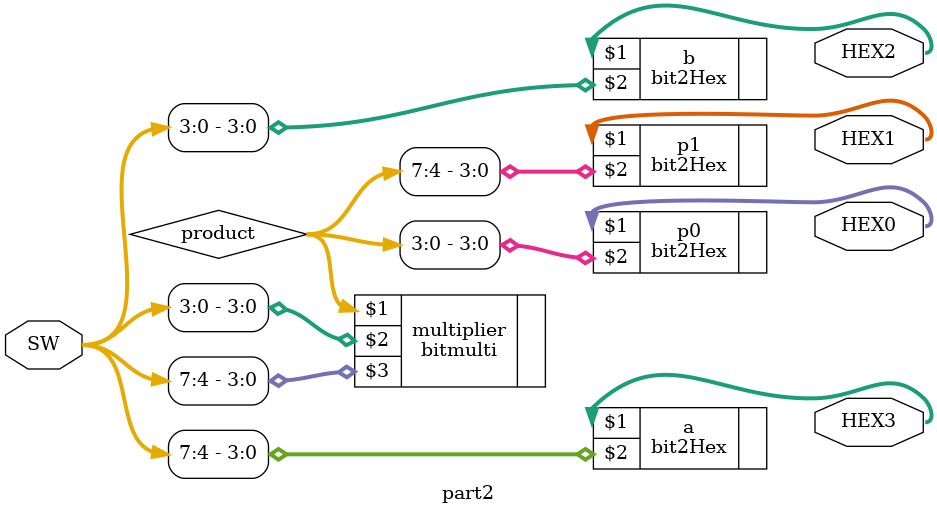
<source format=v>


module part2(

	//////////// SEG7 //////////
	output		     [6:0]		HEX0,
	output		     [6:0]		HEX1,
	output		     [6:0]		HEX2,
	output		     [6:0]		HEX3,


	

	//////////// SW //////////
	input 		     [7:0]		SW
);



//=======================================================
//  REG/WIRE declarations
//=======================================================




//=======================================================
//  Structural coding
//=======================================================
wire [7:0] product;

bitmulti multiplier (product[7:0], SW[3:0], SW[7:4]);
bit2Hex b (HEX2[6:0], SW[3:0]);
bit2Hex a (HEX3[6:0], SW[7:4]);
bit2Hex p0 (HEX0[6:0], product[3:0]);
bit2Hex p1 (HEX1[6:0], product[7:4]);



endmodule

</source>
